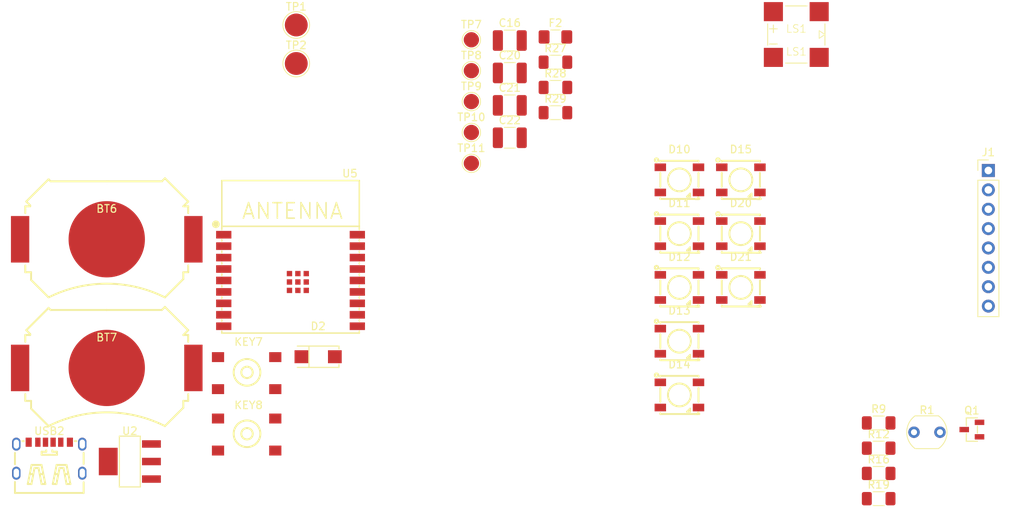
<source format=kicad_pcb>
(kicad_pcb (version 20241229) (generator "pcbnew") (generator_version "9.0")
  (title_block (title "BirtydayCard") (date "2025-04-02") (rev "V1") (comment 1 "Casper R. Tak"))
  (layers (0 "F.Cu" signal) (2 "B.Cu" signal) (13 "F.Paste" user) (15 "B.Paste" user) (5 "F.SilkS" user "F.Silkscreen") (7 "B.SilkS" user "B.Silkscreen") (1 "F.Mask" user) (3 "B.Mask" user) (25 "Edge.Cuts" user))
  (net 0 "")
  (net 1 "GND")
  (net 2 "+3V3")
  (net 4 "BUZZ")
  (net 5 "Net-(D10-DIN)")
  (net 6 "Net-(D10-DOUT)")
  (net 7 "INT")
  (net 8 "SDO")
  (net 9 "Net-(D11-DOUT)")
  (net 11 "Net-(D12-DOUT)")
  (net 13 "Net-(D13-DOUT)")
  (net 14 "Net-(BT6-Pad2)")
  (net 15 "Net-(D2-A)")
  (net 16 "Net-(D2-C)")
  (net 17 "Net-(D14-DOUT)")
  (net 18 "Net-(D15-DOUT)")
  (net 19 "+5V")
  (net 20 "Net-(Q1-D)")
  (net 21 "Net-(Q1-G)")
  (net 22 "Net-(D20-DIN)")
  (net 23 "GPIO7")
  (net 24 "GPIO6")
  (net 25 "GPIO4")
  (net 26 "GPIO5")
  (net 27 "Net-(U5-IO2)")
  (net 28 "GPIO3")
  (net 29 "GPIO1")
  (net 30 "ESP_EN")
  (net 31 "Net-(U5-TXD)")
  (net 32 "Net-(U5-RXD)")
  (net 33 "GPIO8")
  (net 34 "GPIO9")
  (net 35 "D-_USB")
  (net 36 "GPIO0")
  (net 37 "D+_USB")
  (net 38 "Net-(USB2-CC1)")
  (net 39 "Net-(USB2-CC2)")
  (footprint "Capacitor_SMD:C_1210_3225Metric_Pad1.33x2.70mm_HandSolder" (layer "F.Cu") (at 117.445 48.07)
    (property "Reference" "C21" (at 0 -2.3 0) (layer "F.SilkS"))
    (property "Value" "47uF 10V")
    (pad "1" smd roundrect (at -1.5625 0) (size 1.325 2.7) (layers "F.Cu" "F.Mask" "F.Paste") (roundrect_rratio 0.188679) (net 1 "GND"))
    (pad "2" smd roundrect (at 1.5625 0) (size 1.325 2.7) (layers "F.Cu" "F.Mask" "F.Paste") (roundrect_rratio 0.188679) (net 2 "+3V3"))
  )
  (footprint "easyeda2kicad:LED-SMD_4P-L5.0-W5.0-BL_TC5050RGB" (layer "F.Cu") (at 139.665 86.04)
    (property "Reference" "D14" (at 0 -4 0) (layer "F.SilkS"))
    (property "Value" "WS2812B")
    (pad "1" smd rect (at -2.5 -1.65) (size 1.5 1) (layers "F.Cu" "F.Mask" "F.Paste") (net 19 "+5V"))
    (pad "2" smd rect (at -2.5 1.65) (size 1.5 1) (layers "F.Cu" "F.Mask" "F.Paste") (net 17 "Net-(D14-DOUT)"))
    (pad "3" smd rect (at 2.5 1.65) (size 1.5 1) (layers "F.Cu" "F.Mask" "F.Paste") (net 1 "GND"))
    (pad "4" smd rect (at 2.5 -1.65) (size 1.5 1) (layers "F.Cu" "F.Mask" "F.Paste") (net 13 "Net-(D13-DOUT)"))
  )
  (footprint "OptoDevice:R_LDR_5.1x4.3mm_P3.4mm_Vertical" (layer "F.Cu") (at 170.395 90.93)
    (property "Reference" "R1" (at 1.7 -2.9 0) (layer "F.SilkS"))
    (property "Value" "LDR07")
    (pad "1" thru_hole circle (at 0 0) (size 1.5 1.5) (drill 0.8) (layers "*.Cu" "*.Mask") (net 2 "+3V3"))
    (pad "2" thru_hole circle (at 3.4 0) (size 1.5 1.5) (drill 0.8) (layers "*.Cu" "*.Mask") (net 27 "Net-(U5-IO2)"))
  )
  (footprint "easyeda2kicad:SOT-223-4_L6.5-W3.5-P2.30-LS7.0-BR" (layer "F.Cu") (at 67.675 94.77)
    (property "Reference" "U2" (at 0 -4 0) (layer "F.SilkS"))
    (property "Value" "AMS1117-3.3_C347222")
    (pad "1" smd rect (at 2.83 2.3) (size 2.47 0.98) (layers "F.Cu" "F.Mask" "F.Paste") (net 1 "GND"))
    (pad "2" smd rect (at 2.83 0) (size 2.47 0.98) (layers "F.Cu" "F.Mask" "F.Paste") (net 2 "+3V3"))
    (pad "3" smd rect (at 2.83 -2.3) (size 2.47 0.98) (layers "F.Cu" "F.Mask" "F.Paste") (net 19 "+5V"))
    (pad "4" smd rect (at -2.83 0) (size 2.47 3.6) (layers "F.Cu" "F.Mask" "F.Paste") (net 2 "+3V3"))
  )
  (footprint "Resistor_SMD:R_1206_3216Metric_Pad1.30x1.75mm_HandSolder" (layer "F.Cu") (at 123.425 49.03)
    (property "Reference" "R29" (at 0 -1.83 0) (layer "F.SilkS"))
    (property "Value" "5k1")
    (pad "1" smd roundrect (at -1.55 0) (size 1.3 1.75) (layers "F.Cu" "F.Mask" "F.Paste") (roundrect_rratio 0.192308) (net 1 "GND"))
    (pad "2" smd roundrect (at 1.55 0) (size 1.3 1.75) (layers "F.Cu" "F.Mask" "F.Paste") (roundrect_rratio 0.192308) (net 39 "Net-(USB2-CC2)"))
  )
  (footprint "easyeda2kicad:LED-SMD_4P-L5.0-W5.0-BL_TC5050RGB" (layer "F.Cu") (at 147.715 64.89)
    (property "Reference" "D20" (at 0 -4 0) (layer "F.SilkS"))
    (property "Value" "WS2812B")
    (pad "1" smd rect (at -2.5 -1.65) (size 1.5 1) (layers "F.Cu" "F.Mask" "F.Paste") (net 19 "+5V"))
    (pad "2" smd rect (at -2.5 1.65) (size 1.5 1) (layers "F.Cu" "F.Mask" "F.Paste"))
    (pad "3" smd rect (at 2.5 1.65) (size 1.5 1) (layers "F.Cu" "F.Mask" "F.Paste") (net 1 "GND"))
    (pad "4" smd rect (at 2.5 -1.65) (size 1.5 1) (layers "F.Cu" "F.Mask" "F.Paste") (net 22 "Net-(D20-DIN)"))
  )
  (footprint "TestPoint:TestPoint_Pad_D3.0mm" (layer "F.Cu") (at 89.475 42.58)
    (property "Reference" "TP2" (at 0 -2.398 0) (layer "F.SilkS"))
    (property "Value" "TestPoint_Alt")
    (pad "1" smd circle (at 0 0) (size 3 3) (layers "F.Cu" "F.Mask") (net 1 "GND"))
  )
  (footprint "easyeda2kicad:LED-SMD_4P-L5.0-W5.0-BL_TC5050RGB" (layer "F.Cu") (at 147.715 57.84)
    (property "Reference" "D15" (at 0 -4 0) (layer "F.SilkS"))
    (property "Value" "WS2812B")
    (pad "1" smd rect (at -2.5 -1.65) (size 1.5 1) (layers "F.Cu" "F.Mask" "F.Paste") (net 19 "+5V"))
    (pad "2" smd rect (at -2.5 1.65) (size 1.5 1) (layers "F.Cu" "F.Mask" "F.Paste") (net 18 "Net-(D15-DOUT)"))
    (pad "3" smd rect (at 2.5 1.65) (size 1.5 1) (layers "F.Cu" "F.Mask" "F.Paste") (net 1 "GND"))
    (pad "4" smd rect (at 2.5 -1.65) (size 1.5 1) (layers "F.Cu" "F.Mask" "F.Paste") (net 17 "Net-(D14-DOUT)"))
  )
  (footprint "TestPoint:TestPoint_Pad_D2.0mm" (layer "F.Cu") (at 112.415 43.52)
    (property "Reference" "TP8" (at 0 -1.998 0) (layer "F.SilkS"))
    (property "Value" "TestPoint_Probe")
    (pad "1" smd circle (at 0 0) (size 2 2) (layers "F.Cu" "F.Mask") (net 35 "D-_USB"))
  )
  (footprint "Connector_PinHeader_2.54mm:PinHeader_1x08_P2.54mm_Vertical" (layer "F.Cu") (at 180.135 56.61)
    (property "Reference" "J1" (at 0 -2.38 0) (layer "F.SilkS"))
    (property "Value" "Conn_01x08")
    (pad "1" thru_hole rect (at 0 0) (size 1.7 1.7) (drill 1) (layers "*.Cu" "*.Mask") (net 2 "+3V3"))
    (pad "2" thru_hole circle (at 0 2.54) (size 1.7 1.7) (drill 1) (layers "*.Cu" "*.Mask"))
    (pad "3" thru_hole circle (at 0 5.08) (size 1.7 1.7) (drill 1) (layers "*.Cu" "*.Mask") (net 1 "GND"))
    (pad "4" thru_hole circle (at 0 7.62) (size 1.7 1.7) (drill 1) (layers "*.Cu" "*.Mask") (net 23 "GPIO7"))
    (pad "5" thru_hole circle (at 0 10.16) (size 1.7 1.7) (drill 1) (layers "*.Cu" "*.Mask") (net 8 "SDO"))
    (pad "6" thru_hole circle (at 0 12.7) (size 1.7 1.7) (drill 1) (layers "*.Cu" "*.Mask") (net 24 "GPIO6"))
    (pad "7" thru_hole circle (at 0 15.24) (size 1.7 1.7) (drill 1) (layers "*.Cu" "*.Mask"))
    (pad "8" thru_hole circle (at 0 17.78) (size 1.7 1.7) (drill 1) (layers "*.Cu" "*.Mask") (net 7 "INT"))
  )
  (footprint "TestPoint:TestPoint_Pad_D3.0mm" (layer "F.Cu") (at 89.475 37.53)
    (property "Reference" "TP1" (at 0 -2.398 0) (layer "F.SilkS"))
    (property "Value" "~")
    (pad "1" smd circle (at 0 0) (size 3 3) (layers "F.Cu" "F.Mask") (net 15 "Net-(D2-A)"))
  )
  (footprint "Resistor_SMD:R_1206_3216Metric_Pad1.30x1.75mm_HandSolder" (layer "F.Cu") (at 165.765 96.33)
    (property "Reference" "R16" (at 0 -1.83 0) (layer "F.SilkS"))
    (property "Value" "5k")
    (pad "1" smd roundrect (at -1.55 0) (size 1.3 1.75) (layers "F.Cu" "F.Mask" "F.Paste") (roundrect_rratio 0.192308) (net 27 "Net-(U5-IO2)"))
    (pad "2" smd roundrect (at 1.55 0) (size 1.3 1.75) (layers "F.Cu" "F.Mask" "F.Paste") (roundrect_rratio 0.192308) (net 1 "GND"))
  )
  (footprint "easyeda2kicad:LED-SMD_4P-L5.0-W5.0-BL_TC5050RGB" (layer "F.Cu") (at 139.665 64.89)
    (property "Reference" "D11" (at 0 -4 0) (layer "F.SilkS"))
    (property "Value" "WS2812B")
    (pad "1" smd rect (at -2.5 -1.65) (size 1.5 1) (layers "F.Cu" "F.Mask" "F.Paste") (net 19 "+5V"))
    (pad "2" smd rect (at -2.5 1.65) (size 1.5 1) (layers "F.Cu" "F.Mask" "F.Paste") (net 9 "Net-(D11-DOUT)"))
    (pad "3" smd rect (at 2.5 1.65) (size 1.5 1) (layers "F.Cu" "F.Mask" "F.Paste") (net 1 "GND"))
    (pad "4" smd rect (at 2.5 -1.65) (size 1.5 1) (layers "F.Cu" "F.Mask" "F.Paste") (net 6 "Net-(D10-DOUT)"))
  )
  (footprint "easyeda2kicad:KEY-SMD_4P-L6.2-W6.2-P4.50-LS9.0" (layer "F.Cu") (at 83.225 83.08)
    (property "Reference" "KEY7" (at 0 -4 0) (layer "F.SilkS"))
    (property "Value" "DTSM-61R-V-T/R")
    (pad "1" smd rect (at -4 -2 180) (size 1.6 1.3) (layers "F.Cu" "F.Mask" "F.Paste") (net 1 "GND"))
    (pad "2" smd rect (at 3.5 -2 180) (size 1.6 1.3) (layers "F.Cu" "F.Mask" "F.Paste") (net 1 "GND"))
    (pad "3" smd rect (at -4 2.2 180) (size 1.6 1.3) (layers "F.Cu" "F.Mask" "F.Paste") (net 25 "GPIO4"))
    (pad "4" smd rect (at 3.5 2.2 180) (size 1.6 1.3) (layers "F.Cu" "F.Mask" "F.Paste") (net 25 "GPIO4"))
  )
  (footprint "Resistor_SMD:R_1206_3216Metric_Pad1.30x1.75mm_HandSolder" (layer "F.Cu") (at 165.765 89.71)
    (property "Reference" "R9" (at 0 -1.83 0) (layer "F.SilkS"))
    (property "Value" "10k")
    (pad "1" smd roundrect (at -1.55 0) (size 1.3 1.75) (layers "F.Cu" "F.Mask" "F.Paste") (roundrect_rratio 0.192308) (net 1 "GND"))
    (pad "2" smd roundrect (at 1.55 0) (size 1.3 1.75) (layers "F.Cu" "F.Mask" "F.Paste") (roundrect_rratio 0.192308) (net 4 "BUZZ"))
  )
  (footprint "easyeda2kicad:LED-SMD_4P-L5.0-W5.0-BL_TC5050RGB" (layer "F.Cu") (at 139.665 78.99)
    (property "Reference" "D13" (at 0 -4 0) (layer "F.SilkS"))
    (property "Value" "WS2812B")
    (pad "1" smd rect (at -2.5 -1.65) (size 1.5 1) (layers "F.Cu" "F.Mask" "F.Paste") (net 19 "+5V"))
    (pad "2" smd rect (at -2.5 1.65) (size 1.5 1) (layers "F.Cu" "F.Mask" "F.Paste") (net 13 "Net-(D13-DOUT)"))
    (pad "3" smd rect (at 2.5 1.65) (size 1.5 1) (layers "F.Cu" "F.Mask" "F.Paste") (net 1 "GND"))
    (pad "4" smd rect (at 2.5 -1.65) (size 1.5 1) (layers "F.Cu" "F.Mask" "F.Paste") (net 11 "Net-(D12-DOUT)"))
  )
  (footprint "CustomPartsCRT:KSSGK4B16-20" (layer "F.Cu") (at 154.975 38.53)
    (property "Reference" "LS1" (at 0 -0.5 0) (layer "F.SilkS") (effects (font (thickness 0.1))))
    (property "Value" "KSSGK4B16-20")
    (fp_text user "${REFERENCE}" (at 0 2.5 0) (layer "F.SilkS") (effects (font (thickness 0.1))))
    (pad "N" smd rect (at -3 3.25 180) (size 2.5 2.5) (layers "F.Cu" "F.Mask" "F.Paste") (net 20 "Net-(Q1-D)"))
    (pad "NC1" smd rect (at 3 -2.75 180) (size 2.5 2.5) (layers "F.Cu" "F.Mask" "F.Paste"))
    (pad "NC2" smd rect (at 3 3.25 180) (size 2.5 2.5) (layers "F.Cu" "F.Mask" "F.Paste"))
    (pad "P" smd rect (at -3 -2.75 180) (size 2.5 2.5) (layers "F.Cu" "F.Mask" "F.Paste") (net 2 "+3V3"))
  )
  (footprint "easyeda2kicad:SOT-23-3_L2.9-W1.3-P1.90-LS2.4-BR" (layer "F.Cu") (at 177.975 90.58)
    (property "Reference" "Q1" (at 0 -2.5 0) (layer "F.SilkS"))
    (property "Value" "2N7002_C306856")
    (pad "1" smd rect (at 1 0.95) (size 1.25 0.7) (layers "F.Cu" "F.Mask" "F.Paste") (net 21 "Net-(Q1-G)"))
    (pad "2" smd rect (at 1 -0.95) (size 1.25 0.7) (layers "F.Cu" "F.Mask" "F.Paste") (net 1 "GND"))
    (pad "3" smd rect (at -1 0) (size 1.25 0.7) (layers "F.Cu" "F.Mask" "F.Paste") (net 20 "Net-(Q1-D)"))
  )
  (footprint "easyeda2kicad:BAT-SMD_MY-2032-12" (layer "F.Cu") (at 64.65 65.63)
    (property "Reference" "BT6" (at 0 -4 0) (layer "F.SilkS"))
    (property "Value" "MY-2032-12")
    (pad "1" smd rect (at -11.35 0) (size 2.4 6.1) (layers "F.Cu" "F.Mask" "F.Paste") (net 15 "Net-(D2-A)"))
    (pad "1" smd rect (at 11.35 0) (size 2.4 6.1) (layers "F.Cu" "F.Mask" "F.Paste") (net 15 "Net-(D2-A)"))
    (pad "2" smd circle (at 0 0) (size 10 10) (layers "F.Cu" "F.Mask" "F.Paste") (net 14 "Net-(BT6-Pad2)"))
  )
  (footprint "Capacitor_SMD:C_1210_3225Metric_Pad1.33x2.70mm_HandSolder" (layer "F.Cu") (at 117.445 52.32)
    (property "Reference" "C22" (at 0 -2.3 0) (layer "F.SilkS"))
    (property "Value" "10uF 25V")
    (pad "1" smd roundrect (at -1.5625 0) (size 1.325 2.7) (layers "F.Cu" "F.Mask" "F.Paste") (roundrect_rratio 0.188679) (net 1 "GND"))
    (pad "2" smd roundrect (at 1.5625 0) (size 1.325 2.7) (layers "F.Cu" "F.Mask" "F.Paste") (roundrect_rratio 0.188679) (net 30 "ESP_EN"))
  )
  (footprint "easyeda2kicad:TYPE-C-SMD_TYPE-C-6P_5" (layer "F.Cu") (at 57.125 94.27)
    (property "Reference" "USB2" (at 0 -3.5 0) (layer "F.SilkS"))
    (property "Value" "TYPE-C 6P(073)")
    (pad "7" thru_hole oval (at -4.32 -1.78) (size 1.1 1.7) (drill oval 0.700024 1.199998) (layers "*.Cu" "*.Mask") (net 1 "GND"))
    (pad "7" thru_hole oval (at -4.32 2.03) (size 1.1 1.7) (drill oval 0.700024 1.199998) (layers "*.Cu" "*.Mask") (net 1 "GND"))
    (pad "7" thru_hole oval (at 4.32 -1.78) (size 1.1 1.7) (drill oval 0.700024 1.199998) (layers "*.Cu" "*.Mask") (net 1 "GND"))
    (pad "7" thru_hole oval (at 4.32 2.03) (size 1.1 1.7) (drill oval 0.700024 1.199998) (layers "*.Cu" "*.Mask") (net 1 "GND"))
    (pad "A5" smd rect (at -0.5 -2.03) (size 0.7 1.2) (layers "F.Cu" "F.Mask" "F.Paste") (net 38 "Net-(USB2-CC1)"))
    (pad "A9" smd rect (at 1.5 -2.03) (size 0.7 1.2) (layers "F.Cu" "F.Mask" "F.Paste") (net 16 "Net-(D2-C)"))
    (pad "A12" smd rect (at 2.7 -2.03) (size 0.8 1.2) (layers "F.Cu" "F.Mask" "F.Paste") (net 1 "GND"))
    (pad "B5" smd rect (at 0.5 -2.03) (size 0.7 1.2) (layers "F.Cu" "F.Mask" "F.Paste") (net 39 "Net-(USB2-CC2)"))
    (pad "B9" smd rect (at -1.5 -2.03) (size 0.7 1.2) (layers "F.Cu" "F.Mask" "F.Paste") (net 16 "Net-(D2-C)"))
    (pad "B12" smd rect (at -2.7 -2.03) (size 0.8 1.2) (layers "F.Cu" "F.Mask" "F.Paste") (net 1 "GND"))
  )
  (footprint "easyeda2kicad:SMA_L4.4-W2.6-LS5.0-RD" (layer "F.Cu") (at 92.34 81.03)
    (property "Reference" "D2" (at 0 -4 0) (layer "F.SilkS"))
    (property "Value" "1N5819_C437199")
    (pad "1" smd rect (at -2.19 0) (size 1.8 1.7) (layers "F.Cu" "F.Mask" "F.Paste") (net 16 "Net-(D2-C)"))
    (pad "2" smd rect (at 2.19 0) (size 1.8 1.7) (layers "F.Cu" "F.Mask" "F.Paste") (net 15 "Net-(D2-A)"))
  )
  (footprint "TestPoint:TestPoint_Pad_D2.0mm" (layer "F.Cu") (at 112.415 47.57)
    (property "Reference" "TP9" (at 0 -1.998 0) (layer "F.SilkS"))
    (property "Value" "TestPoint_Probe")
    (pad "1" smd circle (at 0 0) (size 2 2) (layers "F.Cu" "F.Mask") (net 31 "Net-(U5-TXD)"))
  )
  (footprint "Resistor_SMD:R_1206_3216Metric_Pad1.30x1.75mm_HandSolder" (layer "F.Cu") (at 165.765 99.64)
    (property "Reference" "R19" (at 0 -1.83 0) (layer "F.SilkS"))
    (property "Value" "200")
    (pad "1" smd roundrect (at -1.55 0) (size 1.3 1.75) (layers "F.Cu" "F.Mask" "F.Paste") (roundrect_rratio 0.192308) (net 4 "BUZZ"))
    (pad "2" smd roundrect (at 1.55 0) (size 1.3 1.75) (layers "F.Cu" "F.Mask" "F.Paste") (roundrect_rratio 0.192308) (net 21 "Net-(Q1-G)"))
  )
  (footprint "easyeda2kicad:LED-SMD_4P-L5.0-W5.0-BL_TC5050RGB" (layer "F.Cu") (at 139.665 57.84)
    (property "Reference" "D10" (at 0 -4 0) (layer "F.SilkS"))
    (property "Value" "WS2812B")
    (pad "1" smd rect (at -2.5 -1.65) (size 1.5 1) (layers "F.Cu" "F.Mask" "F.Paste") (net 19 "+5V"))
    (pad "2" smd rect (at -2.5 1.65) (size 1.5 1) (layers "F.Cu" "F.Mask" "F.Paste") (net 6 "Net-(D10-DOUT)"))
    (pad "3" smd rect (at 2.5 1.65) (size 1.5 1) (layers "F.Cu" "F.Mask" "F.Paste") (net 1 "GND"))
    (pad "4" smd rect (at 2.5 -1.65) (size 1.5 1) (layers "F.Cu" "F.Mask" "F.Paste") (net 5 "Net-(D10-DIN)"))
  )
  (footprint "easyeda2kicad:LED-SMD_4P-L5.0-W5.0-BL_TC5050RGB" (layer "F.Cu") (at 147.715 71.94)
    (property "Reference" "D21" (at 0 -4 0) (layer "F.SilkS"))
    (property "Value" "WS2812B")
    (pad "1" smd rect (at -2.5 -1.65) (size 1.5 1) (layers "F.Cu" "F.Mask" "F.Paste") (net 19 "+5V"))
    (pad "2" smd rect (at -2.5 1.65) (size 1.5 1) (layers "F.Cu" "F.Mask" "F.Paste") (net 22 "Net-(D20-DIN)"))
    (pad "3" smd rect (at 2.5 1.65) (size 1.5 1) (layers "F.Cu" "F.Mask" "F.Paste") (net 1 "GND"))
    (pad "4" smd rect (at 2.5 -1.65) (size 1.5 1) (layers "F.Cu" "F.Mask" "F.Paste") (net 18 "Net-(D15-DOUT)"))
  )
  (footprint "easyeda2kicad:KEY-SMD_4P-L6.2-W6.2-P4.50-LS9.0" (layer "F.Cu") (at 83.225 91.13)
    (property "Reference" "KEY8" (at 0 -3.75 0) (layer "F.SilkS"))
    (property "Value" "DTSM-61R-V-T/R")
    (pad "1" smd rect (at -4 -2 180) (size 1.6 1.3) (layers "F.Cu" "F.Mask" "F.Paste") (net 1 "GND"))
    (pad "2" smd rect (at 3.5 -2 180) (size 1.6 1.3) (layers "F.Cu" "F.Mask" "F.Paste") (net 1 "GND"))
    (pad "3" smd rect (at -4 2.2 180) (size 1.6 1.3) (layers "F.Cu" "F.Mask" "F.Paste") (net 26 "GPIO5"))
    (pad "4" smd rect (at 3.5 2.2 180) (size 1.6 1.3) (layers "F.Cu" "F.Mask" "F.Paste") (net 26 "GPIO5"))
  )
  (footprint "TestPoint:TestPoint_Pad_D2.0mm" (layer "F.Cu") (at 112.415 51.62)
    (property "Reference" "TP10" (at 0 -1.998 0) (layer "F.SilkS"))
    (property "Value" "TestPoint_Probe")
    (pad "1" smd circle (at 0 0) (size 2 2) (layers "F.Cu" "F.Mask") (net 32 "Net-(U5-RXD)"))
  )
  (footprint "Fuse:Fuse_1206_3216Metric_Pad1.42x1.75mm_HandSolder" (layer "F.Cu") (at 123.425 39.1)
    (property "Reference" "F2" (at 0 -1.83 0) (layer "F.SilkS"))
    (property "Value" "Fuse_Small 2A")
    (pad "1" smd roundrect (at -1.4875 0) (size 1.425 1.75) (layers "F.Cu" "F.Mask" "F.Paste") (roundrect_rratio 0.175439) (net 19 "+5V"))
    (pad "2" smd roundrect (at 1.4875 0) (size 1.425 1.75) (layers "F.Cu" "F.Mask" "F.Paste") (roundrect_rratio 0.175439) (net 16 "Net-(D2-C)"))
  )
  (footprint "easyeda2kicad:BAT-SMD_MY-2032-12" (layer "F.Cu") (at 64.65 82.5)
    (property "Reference" "BT7" (at 0 -4 0) (layer "F.SilkS"))
    (property "Value" "MY-2032-12")
    (pad "1" smd rect (at -11.35 0) (size 2.4 6.1) (layers "F.Cu" "F.Mask" "F.Paste") (net 14 "Net-(BT6-Pad2)"))
    (pad "1" smd rect (at 11.35 0) (size 2.4 6.1) (layers "F.Cu" "F.Mask" "F.Paste") (net 14 "Net-(BT6-Pad2)"))
    (pad "2" smd circle (at 0 0) (size 10 10) (layers "F.Cu" "F.Mask" "F.Paste") (net 1 "GND"))
  )
  (footprint "easyeda2kicad:BULETM-SMD_ESPRESSIF_ESP32-C3-WROOM-02-N4-4MB" (layer "F.Cu") (at 88.725 71.03)
    (property "Reference" "U5" (at 7.775 -14.03 0) (layer "F.SilkS"))
    (property "Value" "ESP32-C3-WROOM-02-N4(4MB)")
    (fp_text user "ANTENNA" (at -6.5 -9.1 0) (layer "F.SilkS") (effects (font (size 2.03 2.03) (thickness 0.2)) (justify left)))
    (pad "1" smd rect (at -8.75 -6) (size 2 1) (layers "F.Cu" "F.Mask" "F.Paste") (net 2 "+3V3"))
    (pad "2" smd rect (at -8.75 -4.5) (size 2 1) (layers "F.Cu" "F.Mask" "F.Paste") (net 30 "ESP_EN"))
    (pad "3" smd rect (at -8.75 -3) (size 2 1) (layers "F.Cu" "F.Mask" "F.Paste") (net 25 "GPIO4"))
    (pad "4" smd rect (at -8.75 -1.5) (size 2 1) (layers "F.Cu" "F.Mask" "F.Paste") (net 26 "GPIO5"))
    (pad "5" smd rect (at -8.75 0) (size 2 1) (layers "F.Cu" "F.Mask" "F.Paste") (net 24 "GPIO6"))
    (pad "6" smd rect (at -8.75 1.5) (size 2 1) (layers "F.Cu" "F.Mask" "F.Paste") (net 23 "GPIO7"))
    (pad "7" smd rect (at -8.75 3) (size 2 1) (layers "F.Cu" "F.Mask" "F.Paste") (net 33 "GPIO8"))
    (pad "8" smd rect (at -8.75 4.5) (size 2 1) (layers "F.Cu" "F.Mask" "F.Paste") (net 34 "GPIO9"))
    (pad "9" smd rect (at -8.75 6) (size 2 1) (layers "F.Cu" "F.Mask" "F.Paste") (net 1 "GND"))
    (pad "10" smd rect (at 8.75 6) (size 2 1) (layers "F.Cu" "F.Mask" "F.Paste") (net 4 "BUZZ"))
    (pad "11" smd rect (at 8.75 4.5) (size 2 1) (layers "F.Cu" "F.Mask" "F.Paste") (net 32 "Net-(U5-RXD)"))
    (pad "12" smd rect (at 8.75 3) (size 2 1) (layers "F.Cu" "F.Mask" "F.Paste") (net 31 "Net-(U5-TXD)"))
    (pad "13" smd rect (at 8.75 1.5) (size 2 1) (layers "F.Cu" "F.Mask" "F.Paste") (net 35 "D-_USB"))
    (pad "14" smd rect (at 8.75 0) (size 2 1) (layers "F.Cu" "F.Mask" "F.Paste") (net 37 "D+_USB"))
    (pad "15" smd rect (at 8.75 -1.5) (size 2 1) (layers "F.Cu" "F.Mask" "F.Paste") (net 28 "GPIO3"))
    (pad "16" smd rect (at 8.75 -3) (size 2 1) (layers "F.Cu" "F.Mask" "F.Paste") (net 27 "Net-(U5-IO2)"))
    (pad "17" smd rect (at 8.75 -4.5) (size 2 1) (layers "F.Cu" "F.Mask" "F.Paste") (net 29 "GPIO1"))
    (pad "18" smd rect (at 8.75 -6) (size 2 1) (layers "F.Cu" "F.Mask" "F.Paste") (net 36 "GPIO0"))
    (pad "19" smd rect (at -0.14 -0.9) (size 0.7 0.7) (layers "F.Cu" "F.Mask" "F.Paste") (net 1 "GND"))
    (pad "19" smd rect (at -0.14 0.2) (size 0.7 0.7) (layers "F.Cu" "F.Mask" "F.Paste") (net 1 "GND"))
    (pad "19" smd rect (at -0.14 1.3) (size 0.7 0.7) (layers "F.Cu" "F.Mask" "F.Paste") (net 1 "GND"))
    (pad "19" smd rect (at 0.96 -0.9) (size 0.7 0.7) (layers "F.Cu" "F.Mask" "F.Paste") (net 1 "GND"))
    (pad "19" smd rect (at 0.96 0.2) (size 0.7 0.7) (layers "F.Cu" "F.Mask" "F.Paste") (net 1 "GND"))
    (pad "19" smd rect (at 0.96 1.3) (size 0.7 0.7) (layers "F.Cu" "F.Mask" "F.Paste") (net 1 "GND"))
    (pad "19" smd rect (at 2.06 -0.9) (size 0.7 0.7) (layers "F.Cu" "F.Mask" "F.Paste") (net 1 "GND"))
    (pad "19" smd rect (at 2.06 0.2) (size 0.7 0.7) (layers "F.Cu" "F.Mask" "F.Paste") (net 1 "GND"))
    (pad "19" smd rect (at 2.06 1.3) (size 0.7 0.7) (layers "F.Cu" "F.Mask" "F.Paste") (net 1 "GND"))
  )
  (footprint "Capacitor_SMD:C_1210_3225Metric_Pad1.33x2.70mm_HandSolder" (layer "F.Cu") (at 117.445 39.57)
    (property "Reference" "C16" (at 0 -2.3 0) (layer "F.SilkS"))
    (property "Value" "47uF 10V")
    (pad "1" smd roundrect (at -1.5625 0) (size 1.325 2.7) (layers "F.Cu" "F.Mask" "F.Paste") (roundrect_rratio 0.188679) (net 1 "GND"))
    (pad "2" smd roundrect (at 1.5625 0) (size 1.325 2.7) (layers "F.Cu" "F.Mask" "F.Paste") (roundrect_rratio 0.188679) (net 19 "+5V"))
  )
  (footprint "Resistor_SMD:R_1206_3216Metric_Pad1.30x1.75mm_HandSolder" (layer "F.Cu") (at 123.425 42.41)
    (property "Reference" "R27" (at 0 -1.83 0) (layer "F.SilkS"))
    (property "Value" "10k")
    (pad "1" smd roundrect (at -1.55 0) (size 1.3 1.75) (layers "F.Cu" "F.Mask" "F.Paste") (roundrect_rratio 0.192308) (net 2 "+3V3"))
    (pad "2" smd roundrect (at 1.55 0) (size 1.3 1.75) (layers "F.Cu" "F.Mask" "F.Paste") (roundrect_rratio 0.192308) (net 30 "ESP_EN"))
  )
  (footprint "Resistor_SMD:R_1206_3216Metric_Pad1.30x1.75mm_HandSolder" (layer "F.Cu") (at 165.765 93.02)
    (property "Reference" "R12" (at 0 -1.83 0) (layer "F.SilkS"))
    (property "Value" "200")
    (pad "1" smd roundrect (at -1.55 0) (size 1.3 1.75) (layers "F.Cu" "F.Mask" "F.Paste") (roundrect_rratio 0.192308) (net 5 "Net-(D10-DIN)"))
    (pad "2" smd roundrect (at 1.55 0) (size 1.3 1.75) (layers "F.Cu" "F.Mask" "F.Paste") (roundrect_rratio 0.192308) (net 28 "GPIO3"))
  )
  (footprint "TestPoint:TestPoint_Pad_D2.0mm" (layer "F.Cu") (at 112.415 39.47)
    (property "Reference" "TP7" (at 0 -1.998 0) (layer "F.SilkS"))
    (property "Value" "TestPoint_Probe")
    (pad "1" smd circle (at 0 0) (size 2 2) (layers "F.Cu" "F.Mask") (net 37 "D+_USB"))
  )
  (footprint "easyeda2kicad:LED-SMD_4P-L5.0-W5.0-BL_TC5050RGB" (layer "F.Cu") (at 139.665 71.94)
    (property "Reference" "D12" (at 0 -4 0) (layer "F.SilkS"))
    (property "Value" "WS2812B")
    (pad "1" smd rect (at -2.5 -1.65) (size 1.5 1) (layers "F.Cu" "F.Mask" "F.Paste") (net 19 "+5V"))
    (pad "2" smd rect (at -2.5 1.65) (size 1.5 1) (layers "F.Cu" "F.Mask" "F.Paste") (net 11 "Net-(D12-DOUT)"))
    (pad "3" smd rect (at 2.5 1.65) (size 1.5 1) (layers "F.Cu" "F.Mask" "F.Paste") (net 1 "GND"))
    (pad "4" smd rect (at 2.5 -1.65) (size 1.5 1) (layers "F.Cu" "F.Mask" "F.Paste") (net 9 "Net-(D11-DOUT)"))
  )
  (footprint "TestPoint:TestPoint_Pad_D2.0mm" (layer "F.Cu") (at 112.415 55.67)
    (property "Reference" "TP11" (at 0 -1.998 0) (layer "F.SilkS"))
    (property "Value" "TestPoint_Probe")
    (pad "1" smd circle (at 0 0) (size 2 2) (layers "F.Cu" "F.Mask") (net 1 "GND"))
  )
  (footprint "Resistor_SMD:R_1206_3216Metric_Pad1.30x1.75mm_HandSolder" (layer "F.Cu") (at 123.425 45.72)
    (property "Reference" "R28" (at 0 -1.83 0) (layer "F.SilkS"))
    (property "Value" "5k1")
    (pad "1" smd roundrect (at -1.55 0) (size 1.3 1.75) (layers "F.Cu" "F.Mask" "F.Paste") (roundrect_rratio 0.192308) (net 1 "GND"))
    (pad "2" smd roundrect (at 1.55 0) (size 1.3 1.75) (layers "F.Cu" "F.Mask" "F.Paste") (roundrect_rratio 0.192308) (net 38 "Net-(USB2-CC1)"))
  )
  (footprint "Capacitor_SMD:C_1210_3225Metric_Pad1.33x2.70mm_HandSolder" (layer "F.Cu") (at 117.445 43.82)
    (property "Reference" "C20" (at 0 -2.3 0) (layer "F.SilkS"))
    (property "Value" "100nF 50V")
    (pad "1" smd roundrect (at -1.5625 0) (size 1.325 2.7) (layers "F.Cu" "F.Mask" "F.Paste") (roundrect_rratio 0.188679) (net 2 "+3V3"))
    (pad "2" smd roundrect (at 1.5625 0) (size 1.325 2.7) (layers "F.Cu" "F.Mask" "F.Paste") (roundrect_rratio 0.188679) (net 1 "GND"))
  )
)
</source>
